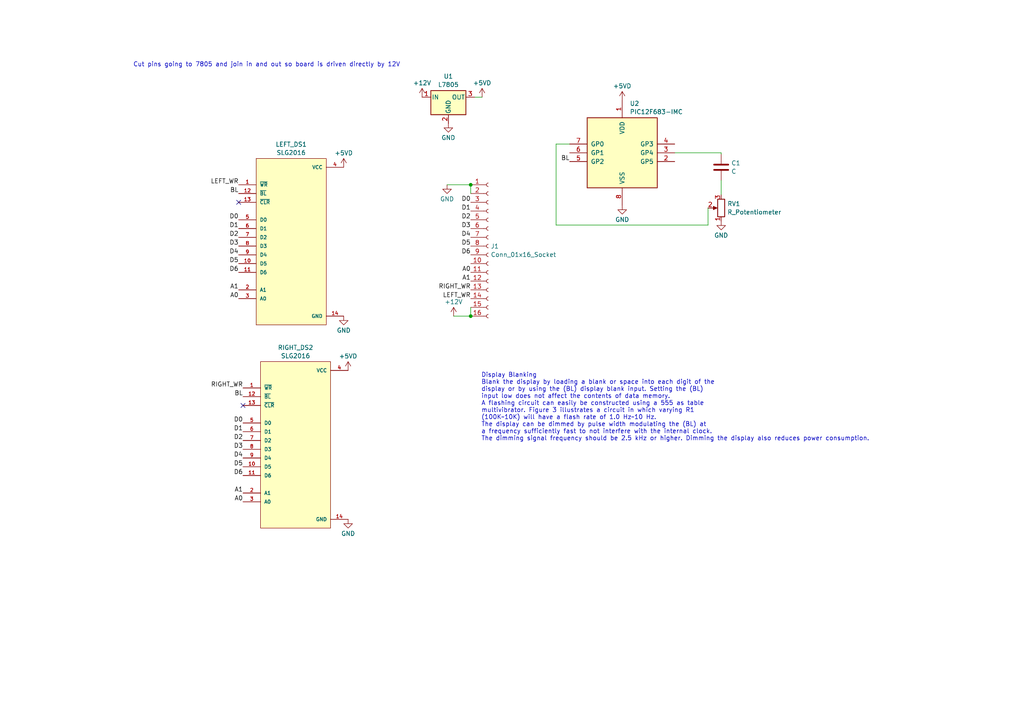
<source format=kicad_sch>
(kicad_sch (version 20230121) (generator eeschema)
  (paper "A4")
  (lib_symbols
    (symbol "Connector:Conn_01x16_Socket" (pin_names (offset 1.016) hide)
      (property "Reference" "J" (at 0 20.32 0))
      (property "Value" "Conn_01x16_Socket" (at 0 -22.86 0))
      (symbol "Conn_01x16_Socket_1_1"
        (arc (start 0 -19.812) (mid -0.5058 -20.32) (end 0 -20.828) (stroke (width 0.1524)))
        (arc (start 0 -17.272) (mid -0.5058 -17.78) (end 0 -18.288) (stroke (width 0.1524)))
        (arc (start 0 -14.732) (mid -0.5058 -15.24) (end 0 -15.748) (stroke (width 0.1524)))
        (arc (start 0 -12.192) (mid -0.5058 -12.7) (end 0 -13.208) (stroke (width 0.1524)))
        (arc (start 0 -9.652) (mid -0.5058 -10.16) (end 0 -10.668) (stroke (width 0.1524)))
        (arc (start 0 -7.112) (mid -0.5058 -7.62) (end 0 -8.128) (stroke (width 0.1524)))
        (arc (start 0 -4.572) (mid -0.5058 -5.08) (end 0 -5.588) (stroke (width 0.1524)))
        (arc (start 0 -2.032) (mid -0.5058 -2.54) (end 0 -3.048) (stroke (width 0.1524)))
        (polyline (pts (xy -1.27 -20.32) (xy -0.508 -20.32)) (stroke (width 0.1524)))
        (polyline (pts (xy -1.27 -17.78) (xy -0.508 -17.78)) (stroke (width 0.1524)))
        (polyline (pts (xy -1.27 -15.24) (xy -0.508 -15.24)) (stroke (width 0.1524)))
        (polyline (pts (xy -1.27 -12.7) (xy -0.508 -12.7)) (stroke (width 0.1524)))
        (polyline (pts (xy -1.27 -10.16) (xy -0.508 -10.16)) (stroke (width 0.1524)))
        (polyline (pts (xy -1.27 -7.62) (xy -0.508 -7.62)) (stroke (width 0.1524)))
        (polyline (pts (xy -1.27 -5.08) (xy -0.508 -5.08)) (stroke (width 0.1524)))
        (polyline (pts (xy -1.27 -2.54) (xy -0.508 -2.54)) (stroke (width 0.1524)))
        (polyline (pts (xy -1.27 0) (xy -0.508 0)) (stroke (width 0.1524)))
        (polyline (pts (xy -1.27 2.54) (xy -0.508 2.54)) (stroke (width 0.1524)))
        (polyline (pts (xy -1.27 5.08) (xy -0.508 5.08)) (stroke (width 0.1524)))
        (polyline (pts (xy -1.27 7.62) (xy -0.508 7.62)) (stroke (width 0.1524)))
        (polyline (pts (xy -1.27 10.16) (xy -0.508 10.16)) (stroke (width 0.1524)))
        (polyline (pts (xy -1.27 12.7) (xy -0.508 12.7)) (stroke (width 0.1524)))
        (polyline (pts (xy -1.27 15.24) (xy -0.508 15.24)) (stroke (width 0.1524)))
        (polyline (pts (xy -1.27 17.78) (xy -0.508 17.78)) (stroke (width 0.1524)))
        (arc (start 0 0.508) (mid -0.5058 0) (end 0 -0.508) (stroke (width 0.1524)))
        (arc (start 0 3.048) (mid -0.5058 2.54) (end 0 2.032) (stroke (width 0.1524)))
        (arc (start 0 5.588) (mid -0.5058 5.08) (end 0 4.572) (stroke (width 0.1524)))
        (arc (start 0 8.128) (mid -0.5058 7.62) (end 0 7.112) (stroke (width 0.1524)))
        (arc (start 0 10.668) (mid -0.5058 10.16) (end 0 9.652) (stroke (width 0.1524)))
        (arc (start 0 13.208) (mid -0.5058 12.7) (end 0 12.192) (stroke (width 0.1524)))
        (arc (start 0 15.748) (mid -0.5058 15.24) (end 0 14.732) (stroke (width 0.1524)))
        (arc (start 0 18.288) (mid -0.5058 17.78) (end 0 17.272) (stroke (width 0.1524)))
        (pin passive line (at -5.08 17.78 0) (length 3.81) (name "Pin_1") (number "1"))
        (pin passive line (at -5.08 -5.08 0) (length 3.81) (name "Pin_10") (number "10"))
        (pin passive line (at -5.08 -7.62 0) (length 3.81) (name "Pin_11") (number "11"))
        (pin passive line (at -5.08 -10.16 0) (length 3.81) (name "Pin_12") (number "12"))
        (pin passive line (at -5.08 -12.7 0) (length 3.81) (name "Pin_13") (number "13"))
        (pin passive line (at -5.08 -15.24 0) (length 3.81) (name "Pin_14") (number "14"))
        (pin passive line (at -5.08 -17.78 0) (length 3.81) (name "Pin_15") (number "15"))
        (pin passive line (at -5.08 -20.32 0) (length 3.81) (name "Pin_16") (number "16"))
        (pin passive line (at -5.08 15.24 0) (length 3.81) (name "Pin_2") (number "2"))
        (pin passive line (at -5.08 12.7 0) (length 3.81) (name "Pin_3") (number "3"))
        (pin passive line (at -5.08 10.16 0) (length 3.81) (name "Pin_4") (number "4"))
        (pin passive line (at -5.08 7.62 0) (length 3.81) (name "Pin_5") (number "5"))
        (pin passive line (at -5.08 5.08 0) (length 3.81) (name "Pin_6") (number "6"))
        (pin passive line (at -5.08 2.54 0) (length 3.81) (name "Pin_7") (number "7"))
        (pin passive line (at -5.08 0 0) (length 3.81) (name "Pin_8") (number "8"))
        (pin passive line (at -5.08 -2.54 0) (length 3.81) (name "Pin_9") (number "9"))
      )
    )
    (symbol "Device:C" (pin_numbers hide) (pin_names (offset 0.254))
      (property "Reference" "C" (at 0.635 2.54 0))
      (property "Value" "C" (at 0.635 -2.54 0))
      (symbol "C_0_1"
        (polyline (pts (xy -2.032 -0.762) (xy 2.032 -0.762)) (stroke (width 0.508)))
        (polyline (pts (xy -2.032 0.762) (xy 2.032 0.762)) (stroke (width 0.508)))
      )
      (symbol "C_1_1"
        (pin passive line (at 0 3.81 270) (length 2.794) (name "~") (number "1"))
        (pin passive line (at 0 -3.81 90) (length 2.794) (name "~") (number "2"))
      )
    )
    (symbol "Device:R_Potentiometer" (pin_names (offset 1.016) hide)
      (property "Reference" "RV" (at -4.445 0 90))
      (property "Value" "R_Potentiometer" (at -2.54 0 90))
      (symbol "R_Potentiometer_0_1"
        (polyline (pts (xy 2.54 0) (xy 1.524 0)))
        (polyline (pts (xy 1.143 0) (xy 2.286 0.508) (xy 2.286 -0.508) (xy 1.143 0)) (fill (type outline)))
        (rectangle (start 1.016 2.54) (end -1.016 -2.54) (stroke (width 0.254)))
      )
      (symbol "R_Potentiometer_1_1"
        (pin passive line (at 0 3.81 270) (length 1.27) (name "1") (number "1"))
        (pin passive line (at 3.81 0 180) (length 1.27) (name "2") (number "2"))
        (pin passive line (at 0 -3.81 90) (length 1.27) (name "3") (number "3"))
      )
    )
    (symbol "MCU_Microchip_PIC12:PIC12F683-IMC" (pin_names (offset 1.016))
      (property "Reference" "U" (at 1.27 13.97 0))
      (property "Value" "PIC12F683-IMC" (at 1.27 11.43 0))
      (symbol "PIC12F683-IMC_0_1"
        (rectangle (start 10.16 -10.16) (end -10.16 10.16) (stroke (width 0.254)) (fill (type background)))
      )
      (symbol "PIC12F683-IMC_1_1"
        (pin power_in line (at 0 15.24 270) (length 5.08) (name "VDD") (number "1"))
        (pin bidirectional line (at 15.24 -2.54 180) (length 5.08) (name "GP5") (number "2"))
        (pin bidirectional line (at 15.24 0 180) (length 5.08) (name "GP4") (number "3"))
        (pin input line (at 15.24 2.54 180) (length 5.08) (name "GP3") (number "4"))
        (pin bidirectional line (at -15.24 -2.54 0) (length 5.08) (name "GP2") (number "5"))
        (pin bidirectional line (at -15.24 0 0) (length 5.08) (name "GP1") (number "6"))
        (pin bidirectional line (at -15.24 2.54 0) (length 5.08) (name "GP0") (number "7"))
        (pin power_in line (at 0 -15.24 90) (length 5.08) (name "VSS") (number "8"))
      )
    )
    (symbol "Regulator_Linear:L7805" (pin_names (offset 0.254))
      (property "Reference" "U" (at -3.81 3.175 0))
      (property "Value" "L7805" (at 0 3.175 0))
      (symbol "L7805_0_1"
        (rectangle (start -5.08 1.905) (end 5.08 -5.08) (stroke (width 0.254)) (fill (type background)))
      )
      (symbol "L7805_1_1"
        (pin power_in line (at -7.62 0 0) (length 2.54) (name "IN") (number "1"))
        (pin power_in line (at 0 -7.62 90) (length 2.54) (name "GND") (number "2"))
        (pin power_out line (at 7.62 0 180) (length 2.54) (name "OUT") (number "3"))
      )
    )
    (symbol "SLG2016:SLG2016" (pin_names (offset 1.016))
      (property "Reference" "DS" (at -10.16 27.94 0))
      (property "Value" "SLG2016" (at -10.16 -27.94 0))
      (symbol "SLG2016_0_0"
        (rectangle (start -10.16 -22.86) (end 10.16 25.4) (stroke (width 0.1524)) (fill (type background)))
        (pin input line (at -15.24 17.78 0) (length 5.08) (name "~{WR}") (number "1"))
        (pin input line (at -15.24 -5.08 0) (length 5.08) (name "D5") (number "10"))
        (pin input line (at -15.24 -7.62 0) (length 5.08) (name "D6") (number "11"))
        (pin input line (at -15.24 15.24 0) (length 5.08) (name "~{BL}") (number "12"))
        (pin input line (at -15.24 12.7 0) (length 5.08) (name "~{CLR}") (number "13"))
        (pin power_in line (at 15.24 -20.32 180) (length 5.08) (name "GND") (number "14"))
        (pin input line (at -15.24 -12.7 0) (length 5.08) (name "A1") (number "2"))
        (pin input line (at -15.24 -15.24 0) (length 5.08) (name "A0") (number "3"))
        (pin power_in line (at 15.24 22.86 180) (length 5.08) (name "VCC") (number "4"))
        (pin input line (at -15.24 7.62 0) (length 5.08) (name "D0") (number "5"))
        (pin input line (at -15.24 5.08 0) (length 5.08) (name "D1") (number "6"))
        (pin input line (at -15.24 2.54 0) (length 5.08) (name "D2") (number "7"))
        (pin input line (at -15.24 0 0) (length 5.08) (name "D3") (number "8"))
        (pin input line (at -15.24 -2.54 0) (length 5.08) (name "D4") (number "9"))
      )
    )
    (symbol "power:+12V" (power) (pin_names (offset 0))
      (property "Value" "+12V" (at 0 3.556 0))
      (symbol "+12V_0_1"
        (polyline (pts (xy -0.762 1.27) (xy 0 2.54)))
        (polyline (pts (xy 0 0) (xy 0 2.54)))
        (polyline (pts (xy 0 2.54) (xy 0.762 1.27)))
      )
      (symbol "+12V_1_1"
        (pin power_in line (at 0 0 90) (length 0) hide (name "+12V") (number "1"))
      )
    )
    (symbol "power:+5VD" (power) (pin_names (offset 0))
      (property "Value" "+5VD" (at 0 3.556 0))
      (symbol "+5VD_0_1"
        (polyline (pts (xy -0.762 1.27) (xy 0 2.54)))
        (polyline (pts (xy 0 0) (xy 0 2.54)))
        (polyline (pts (xy 0 2.54) (xy 0.762 1.27)))
      )
      (symbol "+5VD_1_1"
        (pin power_in line (at 0 0 90) (length 0) hide (name "+5VD") (number "1"))
      )
    )
    (symbol "power:GND" (power) (pin_names (offset 0))
      (property "Value" "GND" (at 0 -3.81 0))
      (symbol "GND_0_1"
        (polyline (pts (xy 0 0) (xy 0 -1.27) (xy 1.27 -1.27) (xy 0 -2.54) (xy -1.27 -1.27) (xy 0 -1.27)))
      )
      (symbol "GND_1_1"
        (pin power_in line (at 0 0 270) (length 0) hide (name "GND") (number "1"))
      )
    )
  )
  (junction (at 136.525 91.694))
  (junction (at 136.525 53.594))
  (no_connect (at 69.215 58.674))
  (no_connect (at 70.485 117.602))
  (wire (pts (xy 205.359 65.278) (xy 161.29 65.278)))
  (wire (pts (xy 205.359 60.325) (xy 205.359 65.278)))
  (wire (pts (xy 136.525 53.594) (xy 136.525 56.134)))
  (wire (pts (xy 137.668 28.194) (xy 139.827 28.194)))
  (wire (pts (xy 136.525 89.154) (xy 136.525 91.694)))
  (wire (pts (xy 129.667 53.594) (xy 136.525 53.594)))
  (wire (pts (xy 161.29 65.278) (xy 161.29 41.783)))
  (wire (pts (xy 195.707 44.323) (xy 209.169 44.323)))
  (wire (pts (xy 209.169 52.324) (xy 209.169 56.515)))
  (wire (pts (xy 161.29 41.783) (xy 165.227 41.783)))
  (wire (pts (xy 209.169 44.323) (xy 209.169 44.704)))
  (wire (pts (xy 131.572 91.694) (xy 136.525 91.694)))
  (text "Cut pins going to 7805 and join in and out so board is driven directly by 12V" (at 38.608 19.558 0) (effects (font (size 1.27 1.27)) (justify left bottom)))
  (text "Display Blanking\nBlank the display by loading a blank or space into each digit of the\ndisplay or by using the (BL) display blank input. Setting the (BL)\ninput low does not affect the contents of data memory.\nA flashing circuit can easily be constructed using a 555 as table\nmultivibrator. Figure 3 illustrates a circuit in which varying R1\n(100K~10K) will have a flash rate of 1.0 Hz~10 Hz.\nThe display can be dimmed by pulse width modulating the (BL) at\na frequency sufficiently fast to not interfere with the internal clock.\nThe dimming signal frequency should be 2.5 kHz or higher. Dimming the display also reduces power consumption." (at 139.573 128.016 0) (effects (font (size 1.27 1.27)) (justify left bottom)))
  (label "LEFT_WR" (at 136.525 86.614 180))
  (label "A0" (at 70.485 145.542 180))
  (label "D2" (at 136.525 63.754 180))
  (label "BL" (at 69.215 56.134 180))
  (label "D0" (at 69.215 63.754 180))
  (label "A1" (at 136.525 81.534 180))
  (label "D6" (at 69.215 78.994 180))
  (label "A1" (at 70.485 143.002 180))
  (label "RIGHT_WR" (at 70.485 112.522 180))
  (label "D3" (at 70.485 130.302 180))
  (label "D1" (at 69.215 66.294 180))
  (label "RIGHT_WR" (at 136.525 84.074 180))
  (label "D2" (at 70.485 127.762 180))
  (label "D1" (at 70.485 125.222 180))
  (label "D4" (at 136.525 68.834 180))
  (label "D0" (at 70.485 122.682 180))
  (label "BL" (at 165.227 46.863 180))
  (label "D3" (at 136.525 66.294 180))
  (label "D2" (at 69.215 68.834 180))
  (label "BL" (at 70.485 115.062 180))
  (label "D6" (at 136.525 73.914 180))
  (label "D1" (at 136.525 61.214 180))
  (label "D5" (at 70.485 135.382 180))
  (label "A1" (at 69.215 84.074 180))
  (label "A0" (at 69.215 86.614 180))
  (label "A0" (at 136.525 78.994 180))
  (label "D6" (at 70.485 137.922 180))
  (label "D4" (at 69.215 73.914 180))
  (label "LEFT_WR" (at 69.215 53.594 180))
  (label "D5" (at 69.215 76.454 180))
  (label "D3" (at 69.215 71.374 180))
  (label "D4" (at 70.485 132.842 180))
  (label "D0" (at 136.525 58.674 180))
  (label "D5" (at 136.525 71.374 180))
  (symbol (lib_id "Connector:Conn_01x16_Socket") (at 141.605 71.374 0) (unit 1)
    (property "Reference" "J1" (at 142.3162 71.4319 0) (effects (justify left)))
    (property "Value" "Conn_01x16_Socket" (at 142.3162 73.8561 0) (effects (justify left)))
  )
  (symbol (lib_id "SLG2016:SLG2016") (at 84.455 71.374 0) (unit 1)
    (property "Reference" "LEFT_DS1" (at 84.455 41.8805 0))
    (property "Value" "SLG2016" (at 84.455 44.3047 0))
    (property "Footprint" "SLG2016:LED_SLG2016" (effects hide))
    (property "Datasheet" "https://docs.rs-online.com/5f90/0900766b80028851.pdf" (effects hide))
    (property "MF" "OSRAM Opto" (effects hide))
    (property "MAXIMUM_PACKAGE_HEIGHT" "5.08mm" (effects hide))
    (property "Package" "None" (effects hide))
    (property "Price" "None" (effects hide))
    (property "Check_prices" "https://www.snapeda.com/parts/SLG2016/OSRAM+Opto+Semiconductors+Inc./view-part/?ref=eda" (effects hide))
    (property "STANDARD" "IPC-7351B" (effects hide))
    (property "SnapEDA_Link" "https://www.snapeda.com/parts/SLG2016/OSRAM+Opto+Semiconductors+Inc./view-part/?ref=snap" (effects hide))
    (property "MP" "SLG2016" (effects hide))
    (property "Description" "\nDot Matrix Display Module 5 x 7 - Green - 7-Bit ASCII 0.78 L x 0.40 W x 0.20 H (19.70mm x 10.20mm x 5.10mm)\n" (effects hide))
    (property "Availability" "In Stock" (effects hide))
    (property "MANUFACTURER" "Osram" (effects hide))
  )
  (symbol (lib_id "power:+5VD") (at 100.965 107.442 0) (unit 1)
    (property "Reference" "#PWR03" (effects hide))
    (property "Value" "+5VD" (at 100.965 103.3089 0))
  )
  (symbol (lib_id "power:+5VD") (at 180.467 29.083 0) (unit 1)
    (property "Reference" "#PWR010" (effects hide))
    (property "Value" "+5VD" (at 180.467 24.9499 0))
  )
  (symbol (lib_id "power:GND") (at 130.048 35.814 0) (unit 1)
    (property "Reference" "#PWR04" (effects hide))
    (property "Value" "GND" (at 130.048 39.9471 0))
  )
  (symbol (lib_id "MCU_Microchip_PIC12:PIC12F683-IMC") (at 180.467 44.323 0) (unit 1)
    (property "Reference" "U2" (at 182.6611 30.0187 0) (effects (justify left)))
    (property "Value" "PIC12F683-IMC" (at 182.6611 32.4429 0) (effects (justify left)))
    (property "Footprint" "Package_DIP:DIP-8_W7.62mm" (effects hide))
    (property "Datasheet" "http://ww1.microchip.com/downloads/en/DeviceDoc/41211D_.pdf" (effects hide))
  )
  (symbol (lib_id "Regulator_Linear:L7805") (at 130.048 28.194 0) (unit 1)
    (property "Reference" "U1" (at 130.048 22.1447 0))
    (property "Value" "L7805" (at 130.048 24.5689 0))
    (property "Datasheet" "http://www.st.com/content/ccc/resource/technical/document/datasheet/41/4f/b3/b0/12/d4/47/88/CD00000444.pdf/files/CD00000444.pdf/jcr:content/translations/en.CD00000444.pdf" (effects hide))
  )
  (symbol (lib_id "power:GND") (at 99.695 91.694 0) (unit 1)
    (property "Reference" "#PWR06" (effects hide))
    (property "Value" "GND" (at 99.695 95.8271 0))
  )
  (symbol (lib_id "power:GND") (at 100.965 150.622 0) (unit 1)
    (property "Reference" "#PWR07" (effects hide))
    (property "Value" "GND" (at 100.965 154.7551 0))
  )
  (symbol (lib_id "Device:R_Potentiometer") (at 209.169 60.325 180) (unit 1)
    (property "Reference" "RV1" (at 210.947 59.1129 0) (effects (justify right)))
    (property "Value" "R_Potentiometer" (at 210.947 61.5371 0) (effects (justify right)))
  )
  (symbol (lib_id "power:GND") (at 209.169 64.135 0) (unit 1)
    (property "Reference" "#PWR012" (effects hide))
    (property "Value" "GND" (at 209.169 68.2681 0))
  )
  (symbol (lib_id "Device:C") (at 209.169 48.514 0) (unit 1)
    (property "Reference" "C1" (at 212.09 47.3019 0) (effects (justify left)))
    (property "Value" "C" (at 212.09 49.7261 0) (effects (justify left)))
  )
  (symbol (lib_id "power:GND") (at 129.667 53.594 0) (unit 1)
    (property "Reference" "#PWR05" (effects hide))
    (property "Value" "GND" (at 129.667 57.7271 0))
  )
  (symbol (lib_id "power:+12V") (at 131.572 91.694 0) (unit 1)
    (property "Reference" "#PWR09" (effects hide))
    (property "Value" "+12V" (at 131.572 87.5609 0))
  )
  (symbol (lib_id "power:+12V") (at 122.428 28.194 0) (unit 1)
    (property "Reference" "#PWR08" (effects hide))
    (property "Value" "+12V" (at 122.428 24.0609 0))
  )
  (symbol (lib_id "SLG2016:SLG2016") (at 85.725 130.302 0) (unit 1)
    (property "Reference" "RIGHT_DS2" (at 85.725 100.8085 0))
    (property "Value" "SLG2016" (at 85.725 103.2327 0))
    (property "Footprint" "SLG2016:LED_SLG2016" (effects hide))
    (property "Datasheet" "https://docs.rs-online.com/5f90/0900766b80028851.pdf" (effects hide))
    (property "MF" "OSRAM Opto" (effects hide))
    (property "MAXIMUM_PACKAGE_HEIGHT" "5.08mm" (effects hide))
    (property "Package" "None" (effects hide))
    (property "Price" "None" (effects hide))
    (property "Check_prices" "https://www.snapeda.com/parts/SLG2016/OSRAM+Opto+Semiconductors+Inc./view-part/?ref=eda" (effects hide))
    (property "STANDARD" "IPC-7351B" (effects hide))
    (property "SnapEDA_Link" "https://www.snapeda.com/parts/SLG2016/OSRAM+Opto+Semiconductors+Inc./view-part/?ref=snap" (effects hide))
    (property "MP" "SLG2016" (effects hide))
    (property "Description" "\nDot Matrix Display Module 5 x 7 - Green - 7-Bit ASCII 0.78 L x 0.40 W x 0.20 H (19.70mm x 10.20mm x 5.10mm)\n" (effects hide))
    (property "Availability" "In Stock" (effects hide))
    (property "MANUFACTURER" "Osram" (effects hide))
  )
  (symbol (lib_id "power:+5VD") (at 139.827 28.194 0) (unit 1)
    (property "Reference" "#PWR01" (effects hide))
    (property "Value" "+5VD" (at 139.827 24.0609 0))
  )
  (symbol (lib_id "power:+5VD") (at 99.695 48.514 0) (unit 1)
    (property "Reference" "#PWR02" (effects hide))
    (property "Value" "+5VD" (at 99.695 44.3809 0))
  )
  (symbol (lib_id "power:GND") (at 180.467 59.563 0) (unit 1)
    (property "Reference" "#PWR011" (effects hide))
    (property "Value" "GND" (at 180.467 63.6961 0))
  )
)
</source>
